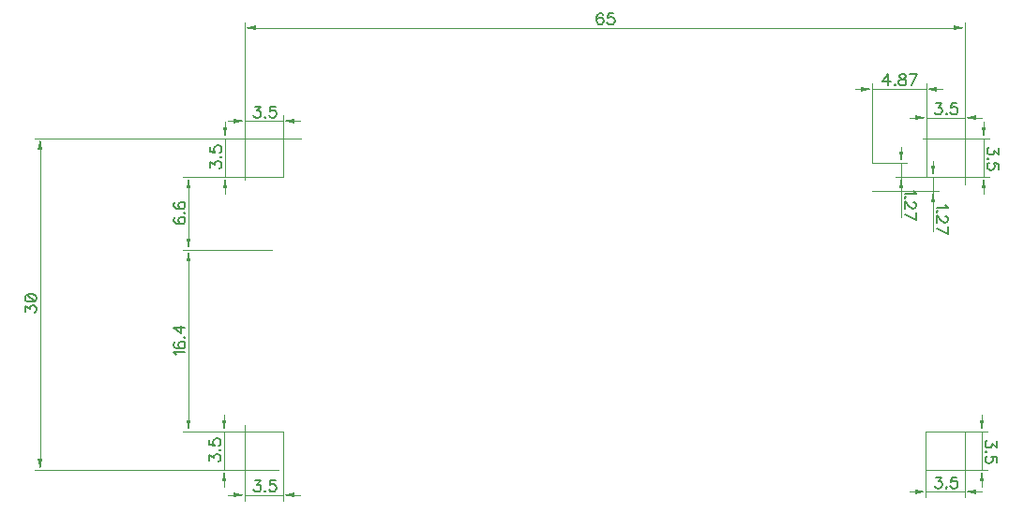
<source format=gbr>
G04 DipTrace 3.1.0.0*
G04 TopDimension.gbr*
%MOMM*%
G04 #@! TF.FileFunction,Drawing,Top*
G04 #@! TF.Part,Single*
%ADD14C,0.038*%
%ADD67C,0.15686*%
%FSLAX35Y35*%
G04*
G71*
G90*
G75*
G01*
G04 TopDimension*
%LPD*%
X1349667Y1349000D2*
D14*
Y724667D1*
X999667Y1405667D2*
Y724667D1*
Y774667D2*
X1349667D1*
X849667D2*
X899667D1*
G36*
X999667D2*
X899667Y754667D1*
Y794667D1*
X999667Y774667D1*
G37*
X1499667D2*
D14*
X1449667D1*
G36*
X1349667D2*
X1449667Y794667D1*
Y754667D1*
X1349667Y774667D1*
G37*
Y1349000D2*
D14*
X763333D1*
X993333Y998667D2*
X763333D1*
X813333Y1349000D2*
Y998667D1*
Y1499000D2*
Y1449000D1*
G36*
Y1349000D2*
X793333Y1449000D1*
X833333D1*
X813333Y1349000D1*
G37*
Y848667D2*
D14*
Y898667D1*
G36*
Y998667D2*
X833333Y898667D1*
X793333D1*
X813333Y998667D1*
G37*
X1349667Y3649333D2*
D14*
Y4207000D1*
X999333Y3628000D2*
Y4207000D1*
Y4157000D2*
X1349667D1*
X849333D2*
X899333D1*
G36*
X999333D2*
X899333Y4137000D1*
Y4177000D1*
X999333Y4157000D1*
G37*
X1499667D2*
D14*
X1449667D1*
G36*
X1349667D2*
X1449667Y4177000D1*
Y4137000D1*
X1349667Y4157000D1*
G37*
Y3649333D2*
D14*
X771000D1*
X1510667Y3999667D2*
X771000D1*
X821000D2*
Y3649333D1*
Y4149667D2*
Y4099667D1*
G36*
Y3999667D2*
X801000Y4099667D1*
X841000D1*
X821000Y3999667D1*
G37*
Y3499333D2*
D14*
Y3549333D1*
G36*
Y3649333D2*
X841000Y3549333D1*
X801000D1*
X821000Y3649333D1*
G37*
X7150000D2*
D14*
Y4236667D1*
X7500000Y3580667D2*
Y4236667D1*
X7150000Y4186667D2*
X7500000D1*
X7000000D2*
X7050000D1*
G36*
X7150000D2*
X7050000Y4166667D1*
Y4206667D1*
X7150000Y4186667D1*
G37*
X7650000D2*
D14*
X7600000D1*
G36*
X7500000D2*
X7600000Y4206667D1*
Y4166667D1*
X7500000Y4186667D1*
G37*
X7150000Y3649333D2*
D14*
X7721667D1*
X7123000Y3999333D2*
X7721667D1*
X7671667D2*
Y3649333D1*
Y4149333D2*
Y4099333D1*
G36*
Y3999333D2*
X7651667Y4099333D1*
X7691667D1*
X7671667Y3999333D1*
G37*
Y3499333D2*
D14*
Y3549333D1*
G36*
Y3649333D2*
X7691667Y3549333D1*
X7651667D1*
X7671667Y3649333D1*
G37*
X7149667Y1348667D2*
D14*
Y755000D1*
X7500000Y1345333D2*
Y755000D1*
X7149667Y805000D2*
X7500000D1*
X6999667D2*
X7049667D1*
G36*
X7149667D2*
X7049667Y785000D1*
Y825000D1*
X7149667Y805000D1*
G37*
X7650000D2*
D14*
X7600000D1*
G36*
X7500000D2*
X7600000Y825000D1*
Y785000D1*
X7500000Y805000D1*
G37*
X7149667Y1348667D2*
D14*
X7703000D1*
X7152333Y998333D2*
X7703000D1*
X7653000Y1348667D2*
Y998333D1*
Y1498667D2*
Y1448667D1*
G36*
Y1348667D2*
X7633000Y1448667D1*
X7673000D1*
X7653000Y1348667D1*
G37*
Y848333D2*
D14*
Y898333D1*
G36*
Y998333D2*
X7673000Y898333D1*
X7633000D1*
X7653000Y998333D1*
G37*
X6662667Y3776667D2*
D14*
Y4496333D1*
X7150000Y3649333D2*
Y4496333D1*
X6662667Y4446333D2*
X7150000D1*
X6512667D2*
X6562667D1*
G36*
X6662667D2*
X6562667Y4426333D1*
Y4466333D1*
X6662667Y4446333D1*
G37*
X7300000D2*
D14*
X7250000D1*
G36*
X7150000D2*
X7250000Y4466333D1*
Y4426333D1*
X7150000Y4446333D1*
G37*
X6662667Y3776667D2*
D14*
X6975000D1*
X7150000Y3649333D2*
X6875000D1*
X6925000Y3776667D2*
Y3649333D1*
Y3926667D2*
Y3876667D1*
G36*
Y3776667D2*
X6905000Y3876667D1*
X6945000D1*
X6925000Y3776667D1*
G37*
Y3499333D2*
D14*
Y3549333D1*
G36*
Y3649333D2*
X6945000Y3549333D1*
X6905000D1*
X6925000Y3649333D1*
G37*
Y3284957D2*
D14*
Y3776667D1*
X6662667Y3522667D2*
X7263000D1*
X7150000Y3649333D2*
X7263000D1*
X7213000D2*
Y3522667D1*
Y3799333D2*
Y3749333D1*
G36*
Y3649333D2*
X7193000Y3749333D1*
X7233000D1*
X7213000Y3649333D1*
G37*
Y3372667D2*
D14*
Y3422667D1*
G36*
Y3522667D2*
X7233000Y3422667D1*
X7193000D1*
X7213000Y3522667D1*
G37*
Y3158291D2*
D14*
Y3649333D1*
X1349667D2*
X441667D1*
X1242333Y2989000D2*
X441667D1*
X491667Y3319167D2*
Y3549333D1*
G36*
Y3649333D2*
X511667Y3549333D1*
X471667D1*
X491667Y3649333D1*
G37*
Y3319167D2*
D14*
Y3089000D1*
G36*
Y2989000D2*
X471667Y3089000D1*
X511667D1*
X491667Y2989000D1*
G37*
X1349667Y1349000D2*
D14*
X441667D1*
X1242333Y2989000D2*
X441667D1*
X491667Y2169000D2*
Y1449000D1*
G36*
Y1349000D2*
X471667Y1449000D1*
X511667D1*
X491667Y1349000D1*
G37*
Y2169000D2*
D14*
Y2889000D1*
G36*
Y2989000D2*
X511667Y2889000D1*
X471667D1*
X491667Y2989000D1*
G37*
X1000000Y3700000D2*
D14*
Y5050000D1*
X7500000Y3700000D2*
Y5050000D1*
X4250000Y5000000D2*
X1100000D1*
G36*
X1000000D2*
X1100000Y5020000D1*
Y4980000D1*
X1000000Y5000000D1*
G37*
X4250000D2*
D14*
X7400000D1*
G36*
X7500000D2*
X7400000Y4980000D1*
Y5020000D1*
X7500000Y5000000D1*
G37*
X1300000Y4000000D2*
D14*
X-900000D1*
X1300000Y1000000D2*
X-900000D1*
X-850000Y2500000D2*
Y3900000D1*
G36*
Y4000000D2*
X-830000Y3900000D1*
X-870000D1*
X-850000Y4000000D1*
G37*
Y2500000D2*
D14*
Y1100000D1*
G36*
Y1000000D2*
X-870000Y1100000D1*
X-830000D1*
X-850000Y1000000D1*
G37*
X1087964Y907657D2*
D67*
X1141310D1*
X1112223Y868799D1*
X1126823D1*
X1136481Y863970D1*
X1141310Y859140D1*
X1146252Y844540D1*
Y834882D1*
X1141310Y820282D1*
X1131652Y810511D1*
X1117052Y805682D1*
X1102452D1*
X1087964Y810511D1*
X1083135Y815453D1*
X1078193Y825111D1*
X1182454Y815453D2*
X1177624Y810511D1*
X1182454Y805682D1*
X1187395Y810511D1*
X1182454Y815453D1*
X1277055Y907657D2*
X1228539D1*
X1223709Y863970D1*
X1228539Y868799D1*
X1243139Y873740D1*
X1257626D1*
X1272226Y868799D1*
X1281997Y859140D1*
X1286826Y844540D1*
Y834882D1*
X1281997Y820282D1*
X1272226Y810511D1*
X1257626Y805682D1*
X1243139D1*
X1228539Y810511D1*
X1223709Y815453D1*
X1218768Y825111D1*
X680343Y1087131D2*
Y1140477D1*
X719201Y1111389D1*
Y1125989D1*
X724030Y1135648D1*
X728860Y1140477D1*
X743460Y1145419D1*
X753118D1*
X767718Y1140477D1*
X777489Y1130819D1*
X782318Y1116219D1*
Y1101619D1*
X777489Y1087131D1*
X772547Y1082302D1*
X762889Y1077360D1*
X772547Y1181620D2*
X777489Y1176791D1*
X782318Y1181620D1*
X777489Y1186562D1*
X772547Y1181620D1*
X680343Y1276222D2*
Y1227705D1*
X724030Y1222876D1*
X719201Y1227705D1*
X714260Y1242305D1*
Y1256793D1*
X719201Y1271393D1*
X728860Y1281164D1*
X743460Y1285993D1*
X753118D1*
X767718Y1281164D1*
X777489Y1271393D1*
X782318Y1256793D1*
Y1242305D1*
X777489Y1227705D1*
X772547Y1222876D1*
X762889Y1217934D1*
X1087798Y4289991D2*
X1141144D1*
X1112056Y4251132D1*
X1126656D1*
X1136314Y4246303D1*
X1141144Y4241474D1*
X1146085Y4226874D1*
Y4217215D1*
X1141144Y4202615D1*
X1131485Y4192845D1*
X1116885Y4188015D1*
X1102285D1*
X1087798Y4192845D1*
X1082968Y4197786D1*
X1078027Y4207445D1*
X1182287Y4197786D2*
X1177458Y4192845D1*
X1182287Y4188015D1*
X1187229Y4192845D1*
X1182287Y4197786D1*
X1276889Y4289991D2*
X1228372D1*
X1223543Y4246303D1*
X1228372Y4251132D1*
X1242972Y4256074D1*
X1257460D1*
X1272060Y4251132D1*
X1281830Y4241474D1*
X1286660Y4226874D1*
Y4217215D1*
X1281830Y4202615D1*
X1272060Y4192845D1*
X1257460Y4188015D1*
X1242972D1*
X1228372Y4192845D1*
X1223543Y4197786D1*
X1218601Y4207445D1*
X688009Y3737798D2*
Y3791144D1*
X726868Y3762056D1*
Y3776656D1*
X731697Y3786314D1*
X736526Y3791144D1*
X751126Y3796085D1*
X760785D1*
X775385Y3791144D1*
X785155Y3781485D1*
X789985Y3766885D1*
Y3752285D1*
X785155Y3737798D1*
X780214Y3732968D1*
X770555Y3728027D1*
X780214Y3832287D2*
X785155Y3827458D1*
X789985Y3832287D1*
X785155Y3837229D1*
X780214Y3832287D1*
X688009Y3926889D2*
Y3878372D1*
X731697Y3873543D1*
X726868Y3878372D1*
X721926Y3892972D1*
Y3907460D1*
X726868Y3922060D1*
X736526Y3931830D1*
X751126Y3936660D1*
X760785D1*
X775385Y3931830D1*
X785155Y3922060D1*
X789985Y3907460D1*
Y3892972D1*
X785155Y3878372D1*
X780214Y3873543D1*
X770555Y3868601D1*
X7238298Y4319657D2*
X7291644D1*
X7262556Y4280799D1*
X7277156D1*
X7286814Y4275970D1*
X7291644Y4271140D1*
X7296585Y4256540D1*
Y4246882D1*
X7291644Y4232282D1*
X7281985Y4222511D1*
X7267385Y4217682D1*
X7252785D1*
X7238298Y4222511D1*
X7233468Y4227453D1*
X7228527Y4237111D1*
X7332787Y4227453D2*
X7327958Y4222511D1*
X7332787Y4217682D1*
X7337729Y4222511D1*
X7332787Y4227453D1*
X7427389Y4319657D2*
X7378872D1*
X7374043Y4275970D1*
X7378872Y4280799D1*
X7393472Y4285740D1*
X7407960D1*
X7422560Y4280799D1*
X7432330Y4271140D1*
X7437160Y4256540D1*
Y4246882D1*
X7432330Y4232282D1*
X7422560Y4222511D1*
X7407960Y4217682D1*
X7393472D1*
X7378872Y4222511D1*
X7374043Y4227453D1*
X7369101Y4237111D1*
X7804657Y3911036D2*
Y3857690D1*
X7765799Y3886777D1*
Y3872177D1*
X7760970Y3862519D1*
X7756140Y3857690D1*
X7741540Y3852748D1*
X7731882D1*
X7717282Y3857690D1*
X7707511Y3867348D1*
X7702682Y3881948D1*
Y3896548D1*
X7707511Y3911036D1*
X7712453Y3915865D1*
X7722111Y3920807D1*
X7712453Y3816546D2*
X7707511Y3821376D1*
X7702682Y3816546D1*
X7707511Y3811605D1*
X7712453Y3816546D1*
X7804657Y3721945D2*
Y3770461D1*
X7760970Y3775291D1*
X7765799Y3770461D1*
X7770740Y3755861D1*
Y3741374D1*
X7765799Y3726774D1*
X7756140Y3717003D1*
X7741540Y3712174D1*
X7731882D1*
X7717282Y3717003D1*
X7707511Y3726774D1*
X7702682Y3741374D1*
Y3755861D1*
X7707511Y3770461D1*
X7712453Y3775291D1*
X7722111Y3780232D1*
X7238131Y937991D2*
X7291477D1*
X7262389Y899132D1*
X7276989D1*
X7286648Y894303D1*
X7291477Y889474D1*
X7296419Y874874D1*
Y865215D1*
X7291477Y850615D1*
X7281819Y840845D1*
X7267219Y836015D1*
X7252619D1*
X7238131Y840845D1*
X7233302Y845786D1*
X7228360Y855445D1*
X7332620Y845786D2*
X7327791Y840845D1*
X7332620Y836015D1*
X7337562Y840845D1*
X7332620Y845786D1*
X7427222Y937991D2*
X7378705D1*
X7373876Y894303D1*
X7378705Y899132D1*
X7393305Y904074D1*
X7407793D1*
X7422393Y899132D1*
X7432164Y889474D1*
X7436993Y874874D1*
Y865215D1*
X7432164Y850615D1*
X7422393Y840845D1*
X7407793Y836015D1*
X7393305D1*
X7378705Y840845D1*
X7373876Y845786D1*
X7368934Y855445D1*
X7785991Y1260202D2*
Y1206856D1*
X7747132Y1235944D1*
Y1221344D1*
X7742303Y1211686D1*
X7737474Y1206856D1*
X7722874Y1201915D1*
X7713215D1*
X7698615Y1206856D1*
X7688845Y1216515D1*
X7684015Y1231115D1*
Y1245715D1*
X7688845Y1260202D1*
X7693786Y1265032D1*
X7703445Y1269973D1*
X7693786Y1165713D2*
X7688845Y1170542D1*
X7684015Y1165713D1*
X7688845Y1160771D1*
X7693786Y1165713D1*
X7785991Y1071111D2*
Y1119628D1*
X7742303Y1124457D1*
X7747132Y1119628D1*
X7752074Y1105028D1*
Y1090540D1*
X7747132Y1075940D1*
X7737474Y1066170D1*
X7722874Y1061340D1*
X7713215D1*
X7698615Y1066170D1*
X7688845Y1075940D1*
X7684015Y1090540D1*
Y1105028D1*
X7688845Y1119628D1*
X7693786Y1124457D1*
X7703445Y1129399D1*
X6806415Y4477349D2*
Y4579324D1*
X6757786Y4511378D1*
X6830674D1*
X6866876Y4487119D2*
X6862046Y4482178D1*
X6866876Y4477349D1*
X6871817Y4482178D1*
X6866876Y4487119D1*
X6927448Y4579324D2*
X6912960Y4574495D1*
X6908019Y4564836D1*
Y4555066D1*
X6912960Y4545407D1*
X6922619Y4540466D1*
X6942048Y4535636D1*
X6956648Y4530807D1*
X6966307Y4521036D1*
X6971136Y4511378D1*
Y4496778D1*
X6966307Y4487119D1*
X6961477Y4482178D1*
X6946877Y4477349D1*
X6927448D1*
X6912960Y4482178D1*
X6908019Y4487119D1*
X6903190Y4496778D1*
Y4511378D1*
X6908019Y4521036D1*
X6917790Y4530807D1*
X6932277Y4535636D1*
X6951707Y4540466D1*
X6961477Y4545407D1*
X6966307Y4555066D1*
Y4564836D1*
X6961477Y4574495D1*
X6946877Y4579324D1*
X6927448D1*
X7021938Y4477349D2*
X7070567Y4579324D1*
X7002508D1*
X7038561Y3525804D2*
X7043503Y3516033D1*
X7057991Y3501433D1*
X6956015D1*
X6965786Y3465231D2*
X6960845Y3470061D1*
X6956015Y3465231D1*
X6960845Y3460290D1*
X6965786Y3465231D1*
X7033732Y3423976D2*
X7038561D1*
X7048332Y3419147D1*
X7053161Y3414317D1*
X7057991Y3404547D1*
Y3385117D1*
X7053161Y3375459D1*
X7048332Y3370630D1*
X7038561Y3365688D1*
X7028903D1*
X7019132Y3370630D1*
X7004645Y3380288D1*
X6956015Y3428917D1*
Y3360859D1*
Y3310057D2*
X7057991Y3261428D1*
Y3329486D1*
X7326561Y3399137D2*
X7331503Y3389366D1*
X7345991Y3374766D1*
X7244015D1*
X7253786Y3338565D2*
X7248845Y3343394D1*
X7244015Y3338565D1*
X7248845Y3333623D1*
X7253786Y3338565D1*
X7321732Y3297309D2*
X7326561D1*
X7336332Y3292480D1*
X7341161Y3287651D1*
X7345991Y3277880D1*
Y3258451D1*
X7341161Y3248792D1*
X7336332Y3243963D1*
X7326561Y3239021D1*
X7316903D1*
X7307132Y3243963D1*
X7292645Y3253621D1*
X7244015Y3302251D1*
Y3234192D1*
Y3183390D2*
X7345991Y3134761D1*
Y3202820D1*
X373164Y3285923D2*
X363505Y3281093D1*
X358676Y3266493D1*
Y3256835D1*
X363505Y3242235D1*
X378105Y3232464D1*
X402364Y3227635D1*
X426622D1*
X446051Y3232464D1*
X455822Y3242235D1*
X460651Y3256835D1*
Y3261664D1*
X455822Y3276152D1*
X446051Y3285923D1*
X431451Y3290752D1*
X426622D1*
X412022Y3285923D1*
X402364Y3276152D1*
X397534Y3261664D1*
Y3256835D1*
X402364Y3242235D1*
X412022Y3232464D1*
X426622Y3227635D1*
X450881Y3326954D2*
X455822Y3322124D1*
X460651Y3326954D1*
X455822Y3331895D1*
X450881Y3326954D1*
X373164Y3421555D2*
X363505Y3416726D1*
X358676Y3402126D1*
Y3392468D1*
X363505Y3377868D1*
X378105Y3368097D1*
X402364Y3363268D1*
X426622D1*
X446051Y3368097D1*
X455822Y3377868D1*
X460651Y3392468D1*
Y3397297D1*
X455822Y3411785D1*
X446051Y3421555D1*
X431451Y3426385D1*
X426622D1*
X412022Y3421555D1*
X402364Y3411785D1*
X397534Y3397297D1*
Y3392468D1*
X402364Y3377868D1*
X412022Y3368097D1*
X426622Y3363268D1*
X378105Y2044711D2*
X373164Y2054482D1*
X358676Y2069082D1*
X460651D1*
X373164Y2158742D2*
X363505Y2153913D1*
X358676Y2139313D1*
Y2129655D1*
X363505Y2115055D1*
X378105Y2105284D1*
X402364Y2100455D1*
X426622D1*
X446051Y2105284D1*
X455822Y2115055D1*
X460651Y2129655D1*
Y2134484D1*
X455822Y2148971D1*
X446051Y2158742D1*
X431451Y2163571D1*
X426622D1*
X412022Y2158742D1*
X402364Y2148971D1*
X397534Y2134484D1*
Y2129655D1*
X402364Y2115055D1*
X412022Y2105284D1*
X426622Y2100455D1*
X450881Y2199773D2*
X455822Y2194944D1*
X460651Y2199773D1*
X455822Y2204715D1*
X450881Y2199773D1*
X460651Y2284717D2*
X358676D1*
X426622Y2236087D1*
Y2308975D1*
X4234857Y5118503D2*
X4230028Y5128161D1*
X4215428Y5132991D1*
X4205769D1*
X4191169Y5128161D1*
X4181398Y5113561D1*
X4176569Y5089303D1*
Y5065045D1*
X4181398Y5045615D1*
X4191169Y5035845D1*
X4205769Y5031015D1*
X4210598D1*
X4225086Y5035845D1*
X4234857Y5045615D1*
X4239686Y5060215D1*
Y5065045D1*
X4234857Y5079645D1*
X4225086Y5089303D1*
X4210598Y5094132D1*
X4205769D1*
X4191169Y5089303D1*
X4181398Y5079645D1*
X4176569Y5065045D1*
X4329346Y5132991D2*
X4280829D1*
X4276000Y5089303D1*
X4280829Y5094132D1*
X4295429Y5099074D1*
X4309917D1*
X4324517Y5094132D1*
X4334288Y5084474D1*
X4339117Y5069874D1*
Y5060215D1*
X4334288Y5045615D1*
X4324517Y5035845D1*
X4309917Y5031015D1*
X4295429D1*
X4280829Y5035845D1*
X4276000Y5040786D1*
X4271059Y5050445D1*
X-982991Y2433869D2*
Y2487215D1*
X-944132Y2458128D1*
Y2472728D1*
X-939303Y2482386D1*
X-934474Y2487215D1*
X-919874Y2492157D1*
X-910215D1*
X-895615Y2487215D1*
X-885845Y2477557D1*
X-881015Y2462957D1*
Y2448357D1*
X-885845Y2433869D1*
X-890786Y2429040D1*
X-900445Y2424098D1*
X-982991Y2552729D2*
X-978161Y2538129D1*
X-963561Y2528359D1*
X-939303Y2523529D1*
X-924703D1*
X-900445Y2528359D1*
X-885845Y2538129D1*
X-881015Y2552729D1*
Y2562388D1*
X-885845Y2576988D1*
X-900445Y2586646D1*
X-924703Y2591588D1*
X-939303D1*
X-963561Y2586646D1*
X-978161Y2576988D1*
X-982991Y2562388D1*
Y2552729D1*
X-963561Y2586646D2*
X-900445Y2528359D1*
M02*

</source>
